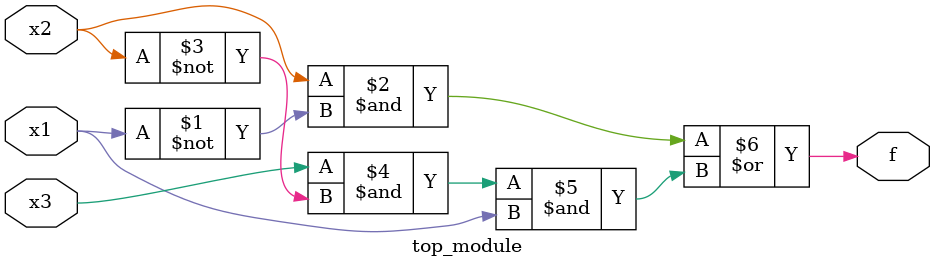
<source format=sv>
module top_module (
	input x3,
	input x2,
	input x1,
	output f
);

	// Use three input AND gates and one OR gate to implement the truth table
	
	assign f = (x2 & ~x1) | (x3 & ~x2 & x1);

endmodule

</source>
